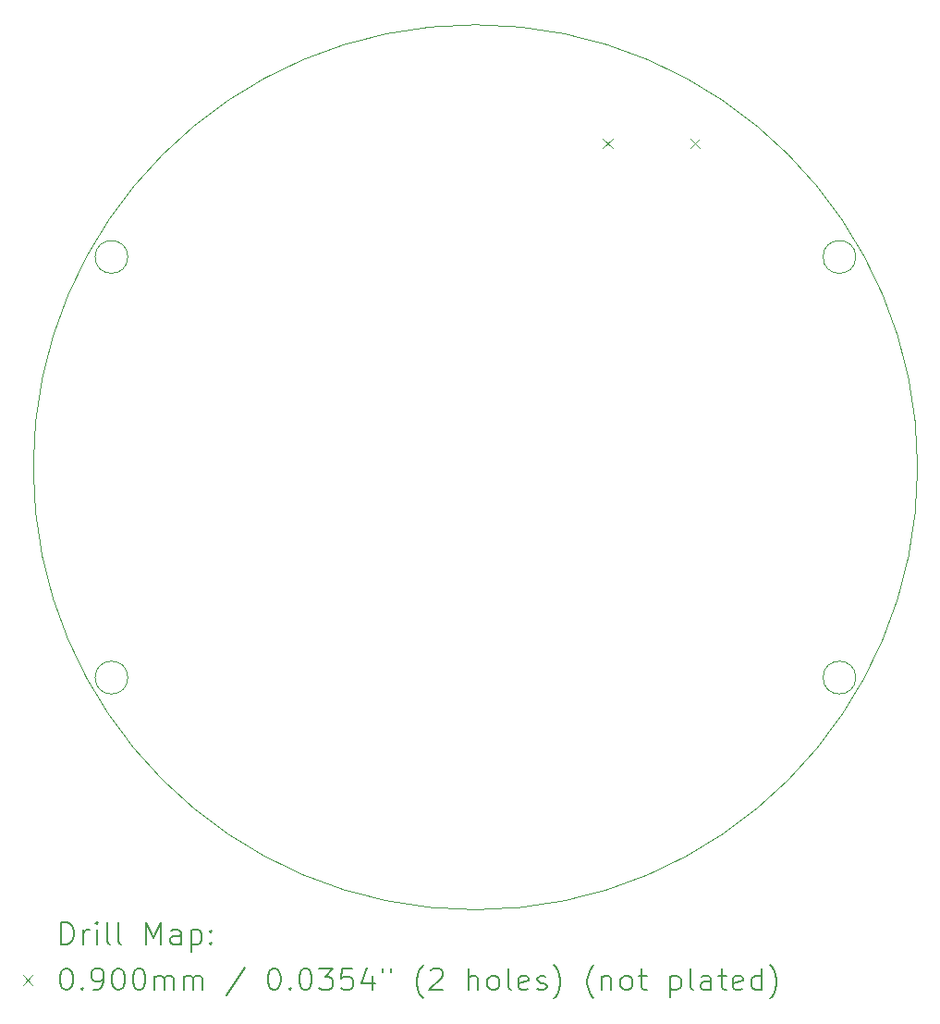
<source format=gbr>
%TF.GenerationSoftware,KiCad,Pcbnew,8.0.5*%
%TF.CreationDate,2024-11-26T16:03:45+07:00*%
%TF.ProjectId,probe06-ivy,70726f62-6530-4362-9d69-76792e6b6963,1*%
%TF.SameCoordinates,Original*%
%TF.FileFunction,Drillmap*%
%TF.FilePolarity,Positive*%
%FSLAX45Y45*%
G04 Gerber Fmt 4.5, Leading zero omitted, Abs format (unit mm)*
G04 Created by KiCad (PCBNEW 8.0.5) date 2024-11-26 16:03:45*
%MOMM*%
%LPD*%
G01*
G04 APERTURE LIST*
%ADD10C,0.100000*%
%ADD11C,0.200000*%
G04 APERTURE END LIST*
D10*
X11427052Y-8406500D02*
G75*
G02*
X11127052Y-8406500I-150000J0D01*
G01*
X11127052Y-8406500D02*
G75*
G02*
X11427052Y-8406500I150000J0D01*
G01*
X18095448Y-8406500D02*
G75*
G02*
X17795448Y-8406500I-150000J0D01*
G01*
X17795448Y-8406500D02*
G75*
G02*
X18095448Y-8406500I150000J0D01*
G01*
X11427052Y-12256500D02*
G75*
G02*
X11127052Y-12256500I-150000J0D01*
G01*
X11127052Y-12256500D02*
G75*
G02*
X11427052Y-12256500I150000J0D01*
G01*
X18095448Y-12256500D02*
G75*
G02*
X17795448Y-12256500I-150000J0D01*
G01*
X17795448Y-12256500D02*
G75*
G02*
X18095448Y-12256500I150000J0D01*
G01*
X18661250Y-10331500D02*
G75*
G02*
X10561250Y-10331500I-4050000J0D01*
G01*
X10561250Y-10331500D02*
G75*
G02*
X18661250Y-10331500I4050000J0D01*
G01*
D11*
D10*
X15777250Y-7322500D02*
X15867250Y-7412500D01*
X15867250Y-7322500D02*
X15777250Y-7412500D01*
X16577250Y-7322500D02*
X16667250Y-7412500D01*
X16667250Y-7322500D02*
X16577250Y-7412500D01*
D11*
X10817027Y-14697984D02*
X10817027Y-14497984D01*
X10817027Y-14497984D02*
X10864646Y-14497984D01*
X10864646Y-14497984D02*
X10893217Y-14507508D01*
X10893217Y-14507508D02*
X10912265Y-14526555D01*
X10912265Y-14526555D02*
X10921789Y-14545603D01*
X10921789Y-14545603D02*
X10931313Y-14583698D01*
X10931313Y-14583698D02*
X10931313Y-14612269D01*
X10931313Y-14612269D02*
X10921789Y-14650365D01*
X10921789Y-14650365D02*
X10912265Y-14669412D01*
X10912265Y-14669412D02*
X10893217Y-14688460D01*
X10893217Y-14688460D02*
X10864646Y-14697984D01*
X10864646Y-14697984D02*
X10817027Y-14697984D01*
X11017027Y-14697984D02*
X11017027Y-14564650D01*
X11017027Y-14602746D02*
X11026551Y-14583698D01*
X11026551Y-14583698D02*
X11036074Y-14574174D01*
X11036074Y-14574174D02*
X11055122Y-14564650D01*
X11055122Y-14564650D02*
X11074170Y-14564650D01*
X11140836Y-14697984D02*
X11140836Y-14564650D01*
X11140836Y-14497984D02*
X11131313Y-14507508D01*
X11131313Y-14507508D02*
X11140836Y-14517031D01*
X11140836Y-14517031D02*
X11150360Y-14507508D01*
X11150360Y-14507508D02*
X11140836Y-14497984D01*
X11140836Y-14497984D02*
X11140836Y-14517031D01*
X11264646Y-14697984D02*
X11245598Y-14688460D01*
X11245598Y-14688460D02*
X11236074Y-14669412D01*
X11236074Y-14669412D02*
X11236074Y-14497984D01*
X11369408Y-14697984D02*
X11350360Y-14688460D01*
X11350360Y-14688460D02*
X11340836Y-14669412D01*
X11340836Y-14669412D02*
X11340836Y-14497984D01*
X11597979Y-14697984D02*
X11597979Y-14497984D01*
X11597979Y-14497984D02*
X11664646Y-14640841D01*
X11664646Y-14640841D02*
X11731312Y-14497984D01*
X11731312Y-14497984D02*
X11731312Y-14697984D01*
X11912265Y-14697984D02*
X11912265Y-14593222D01*
X11912265Y-14593222D02*
X11902741Y-14574174D01*
X11902741Y-14574174D02*
X11883693Y-14564650D01*
X11883693Y-14564650D02*
X11845598Y-14564650D01*
X11845598Y-14564650D02*
X11826551Y-14574174D01*
X11912265Y-14688460D02*
X11893217Y-14697984D01*
X11893217Y-14697984D02*
X11845598Y-14697984D01*
X11845598Y-14697984D02*
X11826551Y-14688460D01*
X11826551Y-14688460D02*
X11817027Y-14669412D01*
X11817027Y-14669412D02*
X11817027Y-14650365D01*
X11817027Y-14650365D02*
X11826551Y-14631317D01*
X11826551Y-14631317D02*
X11845598Y-14621793D01*
X11845598Y-14621793D02*
X11893217Y-14621793D01*
X11893217Y-14621793D02*
X11912265Y-14612269D01*
X12007503Y-14564650D02*
X12007503Y-14764650D01*
X12007503Y-14574174D02*
X12026551Y-14564650D01*
X12026551Y-14564650D02*
X12064646Y-14564650D01*
X12064646Y-14564650D02*
X12083693Y-14574174D01*
X12083693Y-14574174D02*
X12093217Y-14583698D01*
X12093217Y-14583698D02*
X12102741Y-14602746D01*
X12102741Y-14602746D02*
X12102741Y-14659888D01*
X12102741Y-14659888D02*
X12093217Y-14678936D01*
X12093217Y-14678936D02*
X12083693Y-14688460D01*
X12083693Y-14688460D02*
X12064646Y-14697984D01*
X12064646Y-14697984D02*
X12026551Y-14697984D01*
X12026551Y-14697984D02*
X12007503Y-14688460D01*
X12188455Y-14678936D02*
X12197979Y-14688460D01*
X12197979Y-14688460D02*
X12188455Y-14697984D01*
X12188455Y-14697984D02*
X12178932Y-14688460D01*
X12178932Y-14688460D02*
X12188455Y-14678936D01*
X12188455Y-14678936D02*
X12188455Y-14697984D01*
X12188455Y-14574174D02*
X12197979Y-14583698D01*
X12197979Y-14583698D02*
X12188455Y-14593222D01*
X12188455Y-14593222D02*
X12178932Y-14583698D01*
X12178932Y-14583698D02*
X12188455Y-14574174D01*
X12188455Y-14574174D02*
X12188455Y-14593222D01*
D10*
X10466250Y-14981500D02*
X10556250Y-15071500D01*
X10556250Y-14981500D02*
X10466250Y-15071500D01*
D11*
X10855122Y-14917984D02*
X10874170Y-14917984D01*
X10874170Y-14917984D02*
X10893217Y-14927508D01*
X10893217Y-14927508D02*
X10902741Y-14937031D01*
X10902741Y-14937031D02*
X10912265Y-14956079D01*
X10912265Y-14956079D02*
X10921789Y-14994174D01*
X10921789Y-14994174D02*
X10921789Y-15041793D01*
X10921789Y-15041793D02*
X10912265Y-15079888D01*
X10912265Y-15079888D02*
X10902741Y-15098936D01*
X10902741Y-15098936D02*
X10893217Y-15108460D01*
X10893217Y-15108460D02*
X10874170Y-15117984D01*
X10874170Y-15117984D02*
X10855122Y-15117984D01*
X10855122Y-15117984D02*
X10836074Y-15108460D01*
X10836074Y-15108460D02*
X10826551Y-15098936D01*
X10826551Y-15098936D02*
X10817027Y-15079888D01*
X10817027Y-15079888D02*
X10807503Y-15041793D01*
X10807503Y-15041793D02*
X10807503Y-14994174D01*
X10807503Y-14994174D02*
X10817027Y-14956079D01*
X10817027Y-14956079D02*
X10826551Y-14937031D01*
X10826551Y-14937031D02*
X10836074Y-14927508D01*
X10836074Y-14927508D02*
X10855122Y-14917984D01*
X11007503Y-15098936D02*
X11017027Y-15108460D01*
X11017027Y-15108460D02*
X11007503Y-15117984D01*
X11007503Y-15117984D02*
X10997979Y-15108460D01*
X10997979Y-15108460D02*
X11007503Y-15098936D01*
X11007503Y-15098936D02*
X11007503Y-15117984D01*
X11112265Y-15117984D02*
X11150360Y-15117984D01*
X11150360Y-15117984D02*
X11169408Y-15108460D01*
X11169408Y-15108460D02*
X11178932Y-15098936D01*
X11178932Y-15098936D02*
X11197979Y-15070365D01*
X11197979Y-15070365D02*
X11207503Y-15032269D01*
X11207503Y-15032269D02*
X11207503Y-14956079D01*
X11207503Y-14956079D02*
X11197979Y-14937031D01*
X11197979Y-14937031D02*
X11188455Y-14927508D01*
X11188455Y-14927508D02*
X11169408Y-14917984D01*
X11169408Y-14917984D02*
X11131313Y-14917984D01*
X11131313Y-14917984D02*
X11112265Y-14927508D01*
X11112265Y-14927508D02*
X11102741Y-14937031D01*
X11102741Y-14937031D02*
X11093217Y-14956079D01*
X11093217Y-14956079D02*
X11093217Y-15003698D01*
X11093217Y-15003698D02*
X11102741Y-15022746D01*
X11102741Y-15022746D02*
X11112265Y-15032269D01*
X11112265Y-15032269D02*
X11131313Y-15041793D01*
X11131313Y-15041793D02*
X11169408Y-15041793D01*
X11169408Y-15041793D02*
X11188455Y-15032269D01*
X11188455Y-15032269D02*
X11197979Y-15022746D01*
X11197979Y-15022746D02*
X11207503Y-15003698D01*
X11331312Y-14917984D02*
X11350360Y-14917984D01*
X11350360Y-14917984D02*
X11369408Y-14927508D01*
X11369408Y-14927508D02*
X11378932Y-14937031D01*
X11378932Y-14937031D02*
X11388455Y-14956079D01*
X11388455Y-14956079D02*
X11397979Y-14994174D01*
X11397979Y-14994174D02*
X11397979Y-15041793D01*
X11397979Y-15041793D02*
X11388455Y-15079888D01*
X11388455Y-15079888D02*
X11378932Y-15098936D01*
X11378932Y-15098936D02*
X11369408Y-15108460D01*
X11369408Y-15108460D02*
X11350360Y-15117984D01*
X11350360Y-15117984D02*
X11331312Y-15117984D01*
X11331312Y-15117984D02*
X11312265Y-15108460D01*
X11312265Y-15108460D02*
X11302741Y-15098936D01*
X11302741Y-15098936D02*
X11293217Y-15079888D01*
X11293217Y-15079888D02*
X11283693Y-15041793D01*
X11283693Y-15041793D02*
X11283693Y-14994174D01*
X11283693Y-14994174D02*
X11293217Y-14956079D01*
X11293217Y-14956079D02*
X11302741Y-14937031D01*
X11302741Y-14937031D02*
X11312265Y-14927508D01*
X11312265Y-14927508D02*
X11331312Y-14917984D01*
X11521789Y-14917984D02*
X11540836Y-14917984D01*
X11540836Y-14917984D02*
X11559884Y-14927508D01*
X11559884Y-14927508D02*
X11569408Y-14937031D01*
X11569408Y-14937031D02*
X11578932Y-14956079D01*
X11578932Y-14956079D02*
X11588455Y-14994174D01*
X11588455Y-14994174D02*
X11588455Y-15041793D01*
X11588455Y-15041793D02*
X11578932Y-15079888D01*
X11578932Y-15079888D02*
X11569408Y-15098936D01*
X11569408Y-15098936D02*
X11559884Y-15108460D01*
X11559884Y-15108460D02*
X11540836Y-15117984D01*
X11540836Y-15117984D02*
X11521789Y-15117984D01*
X11521789Y-15117984D02*
X11502741Y-15108460D01*
X11502741Y-15108460D02*
X11493217Y-15098936D01*
X11493217Y-15098936D02*
X11483693Y-15079888D01*
X11483693Y-15079888D02*
X11474170Y-15041793D01*
X11474170Y-15041793D02*
X11474170Y-14994174D01*
X11474170Y-14994174D02*
X11483693Y-14956079D01*
X11483693Y-14956079D02*
X11493217Y-14937031D01*
X11493217Y-14937031D02*
X11502741Y-14927508D01*
X11502741Y-14927508D02*
X11521789Y-14917984D01*
X11674170Y-15117984D02*
X11674170Y-14984650D01*
X11674170Y-15003698D02*
X11683693Y-14994174D01*
X11683693Y-14994174D02*
X11702741Y-14984650D01*
X11702741Y-14984650D02*
X11731313Y-14984650D01*
X11731313Y-14984650D02*
X11750360Y-14994174D01*
X11750360Y-14994174D02*
X11759884Y-15013222D01*
X11759884Y-15013222D02*
X11759884Y-15117984D01*
X11759884Y-15013222D02*
X11769408Y-14994174D01*
X11769408Y-14994174D02*
X11788455Y-14984650D01*
X11788455Y-14984650D02*
X11817027Y-14984650D01*
X11817027Y-14984650D02*
X11836074Y-14994174D01*
X11836074Y-14994174D02*
X11845598Y-15013222D01*
X11845598Y-15013222D02*
X11845598Y-15117984D01*
X11940836Y-15117984D02*
X11940836Y-14984650D01*
X11940836Y-15003698D02*
X11950360Y-14994174D01*
X11950360Y-14994174D02*
X11969408Y-14984650D01*
X11969408Y-14984650D02*
X11997979Y-14984650D01*
X11997979Y-14984650D02*
X12017027Y-14994174D01*
X12017027Y-14994174D02*
X12026551Y-15013222D01*
X12026551Y-15013222D02*
X12026551Y-15117984D01*
X12026551Y-15013222D02*
X12036074Y-14994174D01*
X12036074Y-14994174D02*
X12055122Y-14984650D01*
X12055122Y-14984650D02*
X12083693Y-14984650D01*
X12083693Y-14984650D02*
X12102741Y-14994174D01*
X12102741Y-14994174D02*
X12112265Y-15013222D01*
X12112265Y-15013222D02*
X12112265Y-15117984D01*
X12502741Y-14908460D02*
X12331313Y-15165603D01*
X12759884Y-14917984D02*
X12778932Y-14917984D01*
X12778932Y-14917984D02*
X12797979Y-14927508D01*
X12797979Y-14927508D02*
X12807503Y-14937031D01*
X12807503Y-14937031D02*
X12817027Y-14956079D01*
X12817027Y-14956079D02*
X12826551Y-14994174D01*
X12826551Y-14994174D02*
X12826551Y-15041793D01*
X12826551Y-15041793D02*
X12817027Y-15079888D01*
X12817027Y-15079888D02*
X12807503Y-15098936D01*
X12807503Y-15098936D02*
X12797979Y-15108460D01*
X12797979Y-15108460D02*
X12778932Y-15117984D01*
X12778932Y-15117984D02*
X12759884Y-15117984D01*
X12759884Y-15117984D02*
X12740836Y-15108460D01*
X12740836Y-15108460D02*
X12731313Y-15098936D01*
X12731313Y-15098936D02*
X12721789Y-15079888D01*
X12721789Y-15079888D02*
X12712265Y-15041793D01*
X12712265Y-15041793D02*
X12712265Y-14994174D01*
X12712265Y-14994174D02*
X12721789Y-14956079D01*
X12721789Y-14956079D02*
X12731313Y-14937031D01*
X12731313Y-14937031D02*
X12740836Y-14927508D01*
X12740836Y-14927508D02*
X12759884Y-14917984D01*
X12912265Y-15098936D02*
X12921789Y-15108460D01*
X12921789Y-15108460D02*
X12912265Y-15117984D01*
X12912265Y-15117984D02*
X12902741Y-15108460D01*
X12902741Y-15108460D02*
X12912265Y-15098936D01*
X12912265Y-15098936D02*
X12912265Y-15117984D01*
X13045598Y-14917984D02*
X13064646Y-14917984D01*
X13064646Y-14917984D02*
X13083694Y-14927508D01*
X13083694Y-14927508D02*
X13093217Y-14937031D01*
X13093217Y-14937031D02*
X13102741Y-14956079D01*
X13102741Y-14956079D02*
X13112265Y-14994174D01*
X13112265Y-14994174D02*
X13112265Y-15041793D01*
X13112265Y-15041793D02*
X13102741Y-15079888D01*
X13102741Y-15079888D02*
X13093217Y-15098936D01*
X13093217Y-15098936D02*
X13083694Y-15108460D01*
X13083694Y-15108460D02*
X13064646Y-15117984D01*
X13064646Y-15117984D02*
X13045598Y-15117984D01*
X13045598Y-15117984D02*
X13026551Y-15108460D01*
X13026551Y-15108460D02*
X13017027Y-15098936D01*
X13017027Y-15098936D02*
X13007503Y-15079888D01*
X13007503Y-15079888D02*
X12997979Y-15041793D01*
X12997979Y-15041793D02*
X12997979Y-14994174D01*
X12997979Y-14994174D02*
X13007503Y-14956079D01*
X13007503Y-14956079D02*
X13017027Y-14937031D01*
X13017027Y-14937031D02*
X13026551Y-14927508D01*
X13026551Y-14927508D02*
X13045598Y-14917984D01*
X13178932Y-14917984D02*
X13302741Y-14917984D01*
X13302741Y-14917984D02*
X13236075Y-14994174D01*
X13236075Y-14994174D02*
X13264646Y-14994174D01*
X13264646Y-14994174D02*
X13283694Y-15003698D01*
X13283694Y-15003698D02*
X13293217Y-15013222D01*
X13293217Y-15013222D02*
X13302741Y-15032269D01*
X13302741Y-15032269D02*
X13302741Y-15079888D01*
X13302741Y-15079888D02*
X13293217Y-15098936D01*
X13293217Y-15098936D02*
X13283694Y-15108460D01*
X13283694Y-15108460D02*
X13264646Y-15117984D01*
X13264646Y-15117984D02*
X13207503Y-15117984D01*
X13207503Y-15117984D02*
X13188456Y-15108460D01*
X13188456Y-15108460D02*
X13178932Y-15098936D01*
X13483694Y-14917984D02*
X13388456Y-14917984D01*
X13388456Y-14917984D02*
X13378932Y-15013222D01*
X13378932Y-15013222D02*
X13388456Y-15003698D01*
X13388456Y-15003698D02*
X13407503Y-14994174D01*
X13407503Y-14994174D02*
X13455122Y-14994174D01*
X13455122Y-14994174D02*
X13474170Y-15003698D01*
X13474170Y-15003698D02*
X13483694Y-15013222D01*
X13483694Y-15013222D02*
X13493217Y-15032269D01*
X13493217Y-15032269D02*
X13493217Y-15079888D01*
X13493217Y-15079888D02*
X13483694Y-15098936D01*
X13483694Y-15098936D02*
X13474170Y-15108460D01*
X13474170Y-15108460D02*
X13455122Y-15117984D01*
X13455122Y-15117984D02*
X13407503Y-15117984D01*
X13407503Y-15117984D02*
X13388456Y-15108460D01*
X13388456Y-15108460D02*
X13378932Y-15098936D01*
X13664646Y-14984650D02*
X13664646Y-15117984D01*
X13617027Y-14908460D02*
X13569408Y-15051317D01*
X13569408Y-15051317D02*
X13693217Y-15051317D01*
X13759884Y-14917984D02*
X13759884Y-14956079D01*
X13836075Y-14917984D02*
X13836075Y-14956079D01*
X14131313Y-15194174D02*
X14121789Y-15184650D01*
X14121789Y-15184650D02*
X14102741Y-15156079D01*
X14102741Y-15156079D02*
X14093218Y-15137031D01*
X14093218Y-15137031D02*
X14083694Y-15108460D01*
X14083694Y-15108460D02*
X14074170Y-15060841D01*
X14074170Y-15060841D02*
X14074170Y-15022746D01*
X14074170Y-15022746D02*
X14083694Y-14975127D01*
X14083694Y-14975127D02*
X14093218Y-14946555D01*
X14093218Y-14946555D02*
X14102741Y-14927508D01*
X14102741Y-14927508D02*
X14121789Y-14898936D01*
X14121789Y-14898936D02*
X14131313Y-14889412D01*
X14197979Y-14937031D02*
X14207503Y-14927508D01*
X14207503Y-14927508D02*
X14226551Y-14917984D01*
X14226551Y-14917984D02*
X14274170Y-14917984D01*
X14274170Y-14917984D02*
X14293218Y-14927508D01*
X14293218Y-14927508D02*
X14302741Y-14937031D01*
X14302741Y-14937031D02*
X14312265Y-14956079D01*
X14312265Y-14956079D02*
X14312265Y-14975127D01*
X14312265Y-14975127D02*
X14302741Y-15003698D01*
X14302741Y-15003698D02*
X14188456Y-15117984D01*
X14188456Y-15117984D02*
X14312265Y-15117984D01*
X14550360Y-15117984D02*
X14550360Y-14917984D01*
X14636075Y-15117984D02*
X14636075Y-15013222D01*
X14636075Y-15013222D02*
X14626551Y-14994174D01*
X14626551Y-14994174D02*
X14607503Y-14984650D01*
X14607503Y-14984650D02*
X14578932Y-14984650D01*
X14578932Y-14984650D02*
X14559884Y-14994174D01*
X14559884Y-14994174D02*
X14550360Y-15003698D01*
X14759884Y-15117984D02*
X14740837Y-15108460D01*
X14740837Y-15108460D02*
X14731313Y-15098936D01*
X14731313Y-15098936D02*
X14721789Y-15079888D01*
X14721789Y-15079888D02*
X14721789Y-15022746D01*
X14721789Y-15022746D02*
X14731313Y-15003698D01*
X14731313Y-15003698D02*
X14740837Y-14994174D01*
X14740837Y-14994174D02*
X14759884Y-14984650D01*
X14759884Y-14984650D02*
X14788456Y-14984650D01*
X14788456Y-14984650D02*
X14807503Y-14994174D01*
X14807503Y-14994174D02*
X14817027Y-15003698D01*
X14817027Y-15003698D02*
X14826551Y-15022746D01*
X14826551Y-15022746D02*
X14826551Y-15079888D01*
X14826551Y-15079888D02*
X14817027Y-15098936D01*
X14817027Y-15098936D02*
X14807503Y-15108460D01*
X14807503Y-15108460D02*
X14788456Y-15117984D01*
X14788456Y-15117984D02*
X14759884Y-15117984D01*
X14940837Y-15117984D02*
X14921789Y-15108460D01*
X14921789Y-15108460D02*
X14912265Y-15089412D01*
X14912265Y-15089412D02*
X14912265Y-14917984D01*
X15093218Y-15108460D02*
X15074170Y-15117984D01*
X15074170Y-15117984D02*
X15036075Y-15117984D01*
X15036075Y-15117984D02*
X15017027Y-15108460D01*
X15017027Y-15108460D02*
X15007503Y-15089412D01*
X15007503Y-15089412D02*
X15007503Y-15013222D01*
X15007503Y-15013222D02*
X15017027Y-14994174D01*
X15017027Y-14994174D02*
X15036075Y-14984650D01*
X15036075Y-14984650D02*
X15074170Y-14984650D01*
X15074170Y-14984650D02*
X15093218Y-14994174D01*
X15093218Y-14994174D02*
X15102741Y-15013222D01*
X15102741Y-15013222D02*
X15102741Y-15032269D01*
X15102741Y-15032269D02*
X15007503Y-15051317D01*
X15178932Y-15108460D02*
X15197980Y-15117984D01*
X15197980Y-15117984D02*
X15236075Y-15117984D01*
X15236075Y-15117984D02*
X15255122Y-15108460D01*
X15255122Y-15108460D02*
X15264646Y-15089412D01*
X15264646Y-15089412D02*
X15264646Y-15079888D01*
X15264646Y-15079888D02*
X15255122Y-15060841D01*
X15255122Y-15060841D02*
X15236075Y-15051317D01*
X15236075Y-15051317D02*
X15207503Y-15051317D01*
X15207503Y-15051317D02*
X15188456Y-15041793D01*
X15188456Y-15041793D02*
X15178932Y-15022746D01*
X15178932Y-15022746D02*
X15178932Y-15013222D01*
X15178932Y-15013222D02*
X15188456Y-14994174D01*
X15188456Y-14994174D02*
X15207503Y-14984650D01*
X15207503Y-14984650D02*
X15236075Y-14984650D01*
X15236075Y-14984650D02*
X15255122Y-14994174D01*
X15331313Y-15194174D02*
X15340837Y-15184650D01*
X15340837Y-15184650D02*
X15359884Y-15156079D01*
X15359884Y-15156079D02*
X15369408Y-15137031D01*
X15369408Y-15137031D02*
X15378932Y-15108460D01*
X15378932Y-15108460D02*
X15388456Y-15060841D01*
X15388456Y-15060841D02*
X15388456Y-15022746D01*
X15388456Y-15022746D02*
X15378932Y-14975127D01*
X15378932Y-14975127D02*
X15369408Y-14946555D01*
X15369408Y-14946555D02*
X15359884Y-14927508D01*
X15359884Y-14927508D02*
X15340837Y-14898936D01*
X15340837Y-14898936D02*
X15331313Y-14889412D01*
X15693218Y-15194174D02*
X15683694Y-15184650D01*
X15683694Y-15184650D02*
X15664646Y-15156079D01*
X15664646Y-15156079D02*
X15655122Y-15137031D01*
X15655122Y-15137031D02*
X15645599Y-15108460D01*
X15645599Y-15108460D02*
X15636075Y-15060841D01*
X15636075Y-15060841D02*
X15636075Y-15022746D01*
X15636075Y-15022746D02*
X15645599Y-14975127D01*
X15645599Y-14975127D02*
X15655122Y-14946555D01*
X15655122Y-14946555D02*
X15664646Y-14927508D01*
X15664646Y-14927508D02*
X15683694Y-14898936D01*
X15683694Y-14898936D02*
X15693218Y-14889412D01*
X15769408Y-14984650D02*
X15769408Y-15117984D01*
X15769408Y-15003698D02*
X15778932Y-14994174D01*
X15778932Y-14994174D02*
X15797980Y-14984650D01*
X15797980Y-14984650D02*
X15826551Y-14984650D01*
X15826551Y-14984650D02*
X15845599Y-14994174D01*
X15845599Y-14994174D02*
X15855122Y-15013222D01*
X15855122Y-15013222D02*
X15855122Y-15117984D01*
X15978932Y-15117984D02*
X15959884Y-15108460D01*
X15959884Y-15108460D02*
X15950361Y-15098936D01*
X15950361Y-15098936D02*
X15940837Y-15079888D01*
X15940837Y-15079888D02*
X15940837Y-15022746D01*
X15940837Y-15022746D02*
X15950361Y-15003698D01*
X15950361Y-15003698D02*
X15959884Y-14994174D01*
X15959884Y-14994174D02*
X15978932Y-14984650D01*
X15978932Y-14984650D02*
X16007503Y-14984650D01*
X16007503Y-14984650D02*
X16026551Y-14994174D01*
X16026551Y-14994174D02*
X16036075Y-15003698D01*
X16036075Y-15003698D02*
X16045599Y-15022746D01*
X16045599Y-15022746D02*
X16045599Y-15079888D01*
X16045599Y-15079888D02*
X16036075Y-15098936D01*
X16036075Y-15098936D02*
X16026551Y-15108460D01*
X16026551Y-15108460D02*
X16007503Y-15117984D01*
X16007503Y-15117984D02*
X15978932Y-15117984D01*
X16102742Y-14984650D02*
X16178932Y-14984650D01*
X16131313Y-14917984D02*
X16131313Y-15089412D01*
X16131313Y-15089412D02*
X16140837Y-15108460D01*
X16140837Y-15108460D02*
X16159884Y-15117984D01*
X16159884Y-15117984D02*
X16178932Y-15117984D01*
X16397980Y-14984650D02*
X16397980Y-15184650D01*
X16397980Y-14994174D02*
X16417027Y-14984650D01*
X16417027Y-14984650D02*
X16455123Y-14984650D01*
X16455123Y-14984650D02*
X16474170Y-14994174D01*
X16474170Y-14994174D02*
X16483694Y-15003698D01*
X16483694Y-15003698D02*
X16493218Y-15022746D01*
X16493218Y-15022746D02*
X16493218Y-15079888D01*
X16493218Y-15079888D02*
X16483694Y-15098936D01*
X16483694Y-15098936D02*
X16474170Y-15108460D01*
X16474170Y-15108460D02*
X16455123Y-15117984D01*
X16455123Y-15117984D02*
X16417027Y-15117984D01*
X16417027Y-15117984D02*
X16397980Y-15108460D01*
X16607503Y-15117984D02*
X16588456Y-15108460D01*
X16588456Y-15108460D02*
X16578932Y-15089412D01*
X16578932Y-15089412D02*
X16578932Y-14917984D01*
X16769408Y-15117984D02*
X16769408Y-15013222D01*
X16769408Y-15013222D02*
X16759884Y-14994174D01*
X16759884Y-14994174D02*
X16740837Y-14984650D01*
X16740837Y-14984650D02*
X16702742Y-14984650D01*
X16702742Y-14984650D02*
X16683694Y-14994174D01*
X16769408Y-15108460D02*
X16750361Y-15117984D01*
X16750361Y-15117984D02*
X16702742Y-15117984D01*
X16702742Y-15117984D02*
X16683694Y-15108460D01*
X16683694Y-15108460D02*
X16674170Y-15089412D01*
X16674170Y-15089412D02*
X16674170Y-15070365D01*
X16674170Y-15070365D02*
X16683694Y-15051317D01*
X16683694Y-15051317D02*
X16702742Y-15041793D01*
X16702742Y-15041793D02*
X16750361Y-15041793D01*
X16750361Y-15041793D02*
X16769408Y-15032269D01*
X16836075Y-14984650D02*
X16912265Y-14984650D01*
X16864646Y-14917984D02*
X16864646Y-15089412D01*
X16864646Y-15089412D02*
X16874170Y-15108460D01*
X16874170Y-15108460D02*
X16893218Y-15117984D01*
X16893218Y-15117984D02*
X16912265Y-15117984D01*
X17055123Y-15108460D02*
X17036075Y-15117984D01*
X17036075Y-15117984D02*
X16997980Y-15117984D01*
X16997980Y-15117984D02*
X16978932Y-15108460D01*
X16978932Y-15108460D02*
X16969408Y-15089412D01*
X16969408Y-15089412D02*
X16969408Y-15013222D01*
X16969408Y-15013222D02*
X16978932Y-14994174D01*
X16978932Y-14994174D02*
X16997980Y-14984650D01*
X16997980Y-14984650D02*
X17036075Y-14984650D01*
X17036075Y-14984650D02*
X17055123Y-14994174D01*
X17055123Y-14994174D02*
X17064646Y-15013222D01*
X17064646Y-15013222D02*
X17064646Y-15032269D01*
X17064646Y-15032269D02*
X16969408Y-15051317D01*
X17236075Y-15117984D02*
X17236075Y-14917984D01*
X17236075Y-15108460D02*
X17217027Y-15117984D01*
X17217027Y-15117984D02*
X17178932Y-15117984D01*
X17178932Y-15117984D02*
X17159885Y-15108460D01*
X17159885Y-15108460D02*
X17150361Y-15098936D01*
X17150361Y-15098936D02*
X17140837Y-15079888D01*
X17140837Y-15079888D02*
X17140837Y-15022746D01*
X17140837Y-15022746D02*
X17150361Y-15003698D01*
X17150361Y-15003698D02*
X17159885Y-14994174D01*
X17159885Y-14994174D02*
X17178932Y-14984650D01*
X17178932Y-14984650D02*
X17217027Y-14984650D01*
X17217027Y-14984650D02*
X17236075Y-14994174D01*
X17312266Y-15194174D02*
X17321789Y-15184650D01*
X17321789Y-15184650D02*
X17340837Y-15156079D01*
X17340837Y-15156079D02*
X17350361Y-15137031D01*
X17350361Y-15137031D02*
X17359885Y-15108460D01*
X17359885Y-15108460D02*
X17369408Y-15060841D01*
X17369408Y-15060841D02*
X17369408Y-15022746D01*
X17369408Y-15022746D02*
X17359885Y-14975127D01*
X17359885Y-14975127D02*
X17350361Y-14946555D01*
X17350361Y-14946555D02*
X17340837Y-14927508D01*
X17340837Y-14927508D02*
X17321789Y-14898936D01*
X17321789Y-14898936D02*
X17312266Y-14889412D01*
M02*

</source>
